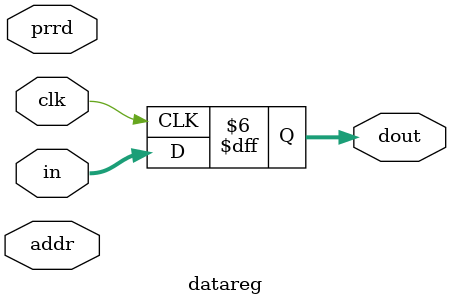
<source format=v>
module datareg(
input [31:0] in,
input [31:0] prrd,
input [31:0]addr,
input clk,
output reg [31:0] dout
);
always@(posedge clk)begin
if(addr[15:8]==8'h7f) dout = prrd;
dout = in;

end

endmodule

</source>
